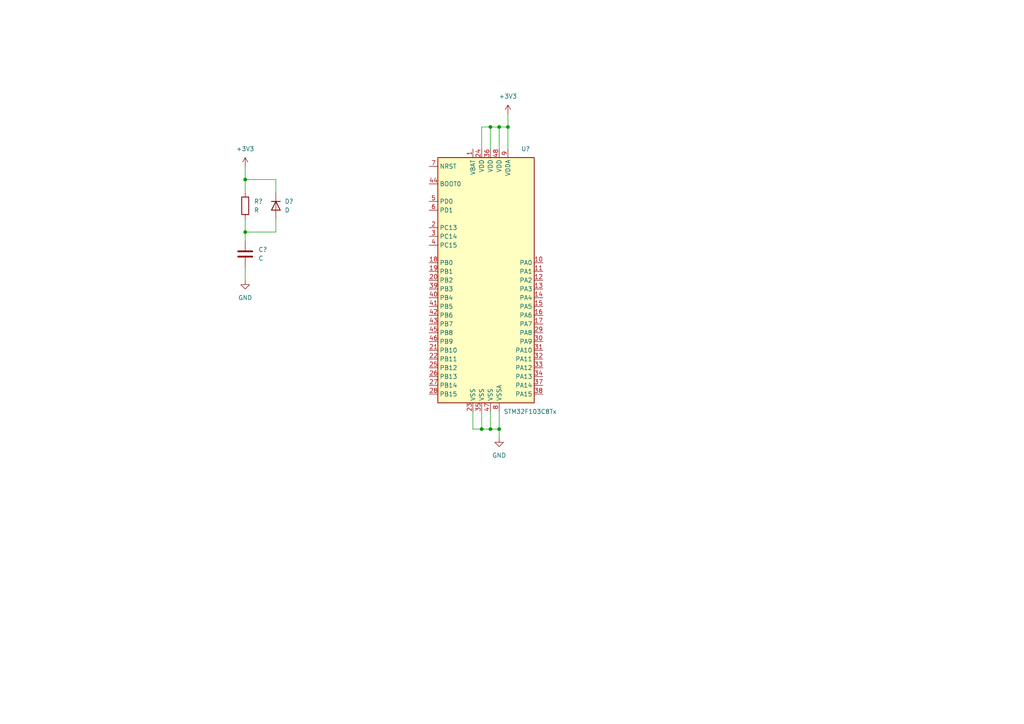
<source format=kicad_sch>
(kicad_sch (version 20211123) (generator eeschema)
  (paper "A4")
  (lib_symbols
    (symbol "Device:C" (pin_numbers hide) (pin_names (offset 0.254))
      (property "Reference" "C" (at 0.635 2.54 0))
      (property "Value" "C" (at 0.635 -2.54 0))
      (symbol "C_0_1"
        (polyline (pts (xy -2.032 -0.762) (xy 2.032 -0.762)) (stroke (width 0.508)))
        (polyline (pts (xy -2.032 0.762) (xy 2.032 0.762)) (stroke (width 0.508)))
      )
      (symbol "C_1_1"
        (pin passive line (at 0 3.81 270) (length 2.794) (name "~") (number "1"))
        (pin passive line (at 0 -3.81 90) (length 2.794) (name "~") (number "2"))
      )
    )
    (symbol "Device:D" (pin_numbers hide) (pin_names (offset 1.016) hide)
      (property "Reference" "D" (at 0 2.54 0))
      (property "Value" "D" (at 0 -2.54 0))
      (symbol "D_0_1"
        (polyline (pts (xy -1.27 1.27) (xy -1.27 -1.27)) (stroke (width 0.254)))
        (polyline (pts (xy 1.27 0) (xy -1.27 0)))
        (polyline (pts (xy 1.27 1.27) (xy 1.27 -1.27) (xy -1.27 0) (xy 1.27 1.27)) (stroke (width 0.254)))
      )
      (symbol "D_1_1"
        (pin passive line (at -3.81 0 0) (length 2.54) (name "K") (number "1"))
        (pin passive line (at 3.81 0 180) (length 2.54) (name "A") (number "2"))
      )
    )
    (symbol "Device:R" (pin_numbers hide) (pin_names (offset 0))
      (property "Reference" "R" (at 2.032 0 90))
      (property "Value" "R" (at 0 0 90))
      (symbol "R_0_1"
        (rectangle (start -1.016 -2.54) (end 1.016 2.54) (stroke (width 0.254)))
      )
      (symbol "R_1_1"
        (pin passive line (at 0 3.81 270) (length 1.27) (name "~") (number "1"))
        (pin passive line (at 0 -3.81 90) (length 1.27) (name "~") (number "2"))
      )
    )
    (symbol "MCU_ST_STM32F1:STM32F103C8Tx"
      (property "Reference" "U" (at -15.24 36.83 0))
      (property "Value" "STM32F103C8Tx" (at 7.62 36.83 0))
      (symbol "STM32F103C8Tx_0_1"
        (rectangle (start -15.24 -35.56) (end 12.7 35.56) (stroke (width 0.254)) (fill (type background)))
      )
      (symbol "STM32F103C8Tx_1_1"
        (pin power_in line (at -5.08 38.1 270) (length 2.54) (name "VBAT") (number "1"))
        (pin bidirectional line (at 15.24 5.08 180) (length 2.54) (name "PA0") (number "10"))
        (pin bidirectional line (at 15.24 2.54 180) (length 2.54) (name "PA1") (number "11"))
        (pin bidirectional line (at 15.24 0 180) (length 2.54) (name "PA2") (number "12"))
        (pin bidirectional line (at 15.24 -2.54 180) (length 2.54) (name "PA3") (number "13"))
        (pin bidirectional line (at 15.24 -5.08 180) (length 2.54) (name "PA4") (number "14"))
        (pin bidirectional line (at 15.24 -7.62 180) (length 2.54) (name "PA5") (number "15"))
        (pin bidirectional line (at 15.24 -10.16 180) (length 2.54) (name "PA6") (number "16"))
        (pin bidirectional line (at 15.24 -12.7 180) (length 2.54) (name "PA7") (number "17"))
        (pin bidirectional line (at -17.78 5.08 0) (length 2.54) (name "PB0") (number "18"))
        (pin bidirectional line (at -17.78 2.54 0) (length 2.54) (name "PB1") (number "19"))
        (pin bidirectional line (at -17.78 15.24 0) (length 2.54) (name "PC13") (number "2"))
        (pin bidirectional line (at -17.78 0 0) (length 2.54) (name "PB2") (number "20"))
        (pin bidirectional line (at -17.78 -20.32 0) (length 2.54) (name "PB10") (number "21"))
        (pin bidirectional line (at -17.78 -22.86 0) (length 2.54) (name "PB11") (number "22"))
        (pin power_in line (at -5.08 -38.1 90) (length 2.54) (name "VSS") (number "23"))
        (pin power_in line (at -2.54 38.1 270) (length 2.54) (name "VDD") (number "24"))
        (pin bidirectional line (at -17.78 -25.4 0) (length 2.54) (name "PB12") (number "25"))
        (pin bidirectional line (at -17.78 -27.94 0) (length 2.54) (name "PB13") (number "26"))
        (pin bidirectional line (at -17.78 -30.48 0) (length 2.54) (name "PB14") (number "27"))
        (pin bidirectional line (at -17.78 -33.02 0) (length 2.54) (name "PB15") (number "28"))
        (pin bidirectional line (at 15.24 -15.24 180) (length 2.54) (name "PA8") (number "29"))
        (pin bidirectional line (at -17.78 12.7 0) (length 2.54) (name "PC14") (number "3"))
        (pin bidirectional line (at 15.24 -17.78 180) (length 2.54) (name "PA9") (number "30"))
        (pin bidirectional line (at 15.24 -20.32 180) (length 2.54) (name "PA10") (number "31"))
        (pin bidirectional line (at 15.24 -22.86 180) (length 2.54) (name "PA11") (number "32"))
        (pin bidirectional line (at 15.24 -25.4 180) (length 2.54) (name "PA12") (number "33"))
        (pin bidirectional line (at 15.24 -27.94 180) (length 2.54) (name "PA13") (number "34"))
        (pin power_in line (at -2.54 -38.1 90) (length 2.54) (name "VSS") (number "35"))
        (pin power_in line (at 0 38.1 270) (length 2.54) (name "VDD") (number "36"))
        (pin bidirectional line (at 15.24 -30.48 180) (length 2.54) (name "PA14") (number "37"))
        (pin bidirectional line (at 15.24 -33.02 180) (length 2.54) (name "PA15") (number "38"))
        (pin bidirectional line (at -17.78 -2.54 0) (length 2.54) (name "PB3") (number "39"))
        (pin bidirectional line (at -17.78 10.16 0) (length 2.54) (name "PC15") (number "4"))
        (pin bidirectional line (at -17.78 -5.08 0) (length 2.54) (name "PB4") (number "40"))
        (pin bidirectional line (at -17.78 -7.62 0) (length 2.54) (name "PB5") (number "41"))
        (pin bidirectional line (at -17.78 -10.16 0) (length 2.54) (name "PB6") (number "42"))
        (pin bidirectional line (at -17.78 -12.7 0) (length 2.54) (name "PB7") (number "43"))
        (pin input line (at -17.78 27.94 0) (length 2.54) (name "BOOT0") (number "44"))
        (pin bidirectional line (at -17.78 -15.24 0) (length 2.54) (name "PB8") (number "45"))
        (pin bidirectional line (at -17.78 -17.78 0) (length 2.54) (name "PB9") (number "46"))
        (pin power_in line (at 0 -38.1 90) (length 2.54) (name "VSS") (number "47"))
        (pin power_in line (at 2.54 38.1 270) (length 2.54) (name "VDD") (number "48"))
        (pin input line (at -17.78 22.86 0) (length 2.54) (name "PD0") (number "5"))
        (pin input line (at -17.78 20.32 0) (length 2.54) (name "PD1") (number "6"))
        (pin input line (at -17.78 33.02 0) (length 2.54) (name "NRST") (number "7"))
        (pin power_in line (at 2.54 -38.1 90) (length 2.54) (name "VSSA") (number "8"))
        (pin power_in line (at 5.08 38.1 270) (length 2.54) (name "VDDA") (number "9"))
      )
    )
    (symbol "power:+3.3V" (power) (pin_names (offset 0))
      (property "Value" "+3.3V" (at 0 3.556 0))
      (symbol "+3.3V_0_1"
        (polyline (pts (xy -0.762 1.27) (xy 0 2.54)))
        (polyline (pts (xy 0 0) (xy 0 2.54)))
        (polyline (pts (xy 0 2.54) (xy 0.762 1.27)))
      )
      (symbol "+3.3V_1_1"
        (pin power_in line (at 0 0 90) (length 0) hide (name "+3V3") (number "1"))
      )
    )
    (symbol "power:GND" (power) (pin_names (offset 0))
      (property "Value" "GND" (at 0 -3.81 0))
      (symbol "GND_0_1"
        (polyline (pts (xy 0 0) (xy 0 -1.27) (xy 1.27 -1.27) (xy 0 -2.54) (xy -1.27 -1.27) (xy 0 -1.27)))
      )
      (symbol "GND_1_1"
        (pin power_in line (at 0 0 270) (length 0) hide (name "GND") (number "1"))
      )
    )
  )
  (junction (at 144.78 36.83))
  (junction (at 71.12 52.07))
  (junction (at 142.24 36.83))
  (junction (at 147.32 36.83))
  (junction (at 144.78 124.46))
  (junction (at 142.24 124.46))
  (junction (at 71.12 67.31))
  (junction (at 139.7 124.46))
  (wire (pts (xy 71.12 63.5) (xy 71.12 67.31)))
  (wire (pts (xy 142.24 119.38) (xy 142.24 124.46)))
  (wire (pts (xy 137.16 119.38) (xy 137.16 124.46)))
  (wire (pts (xy 71.12 48.26) (xy 71.12 52.07)))
  (wire (pts (xy 144.78 36.83) (xy 147.32 36.83)))
  (wire (pts (xy 144.78 36.83) (xy 144.78 43.18)))
  (wire (pts (xy 137.16 124.46) (xy 139.7 124.46)))
  (wire (pts (xy 71.12 77.47) (xy 71.12 81.28)))
  (wire (pts (xy 142.24 36.83) (xy 144.78 36.83)))
  (wire (pts (xy 71.12 55.88) (xy 71.12 52.07)))
  (wire (pts (xy 139.7 124.46) (xy 142.24 124.46)))
  (wire (pts (xy 144.78 124.46) (xy 144.78 127)))
  (wire (pts (xy 147.32 33.02) (xy 147.32 36.83)))
  (wire (pts (xy 80.01 67.31) (xy 80.01 63.5)))
  (wire (pts (xy 139.7 119.38) (xy 139.7 124.46)))
  (wire (pts (xy 71.12 67.31) (xy 80.01 67.31)))
  (wire (pts (xy 142.24 36.83) (xy 142.24 43.18)))
  (wire (pts (xy 71.12 52.07) (xy 80.01 52.07)))
  (wire (pts (xy 80.01 52.07) (xy 80.01 55.88)))
  (wire (pts (xy 139.7 36.83) (xy 142.24 36.83)))
  (wire (pts (xy 71.12 67.31) (xy 71.12 69.85)))
  (wire (pts (xy 144.78 119.38) (xy 144.78 124.46)))
  (wire (pts (xy 147.32 36.83) (xy 147.32 43.18)))
  (wire (pts (xy 142.24 124.46) (xy 144.78 124.46)))
  (wire (pts (xy 139.7 43.18) (xy 139.7 36.83)))
  (symbol (lib_id "MCU_ST_STM32F1:STM32F103C8Tx") (at 142.24 81.28 0) (unit 1)
    (property "Reference" "U?" (at 151.13 43.18 0) (effects (justify left)))
    (property "Value" "STM32F103C8Tx" (at 146.05 119.38 0) (effects (justify left)))
    (property "Footprint" "Package_QFP:LQFP-48_7x7mm_P0.5mm" (effects hide))
    (property "Datasheet" "http://www.st.com/st-web-ui/static/active/en/resource/technical/document/datasheet/CD00161566.pdf" (effects hide))
  )
  (symbol (lib_id "power:GND") (at 71.12 81.28 0) (unit 1)
    (property "Reference" "#PWR?" (effects hide))
    (property "Value" "GND" (at 71.12 86.36 0))
  )
  (symbol (lib_id "power:+3.3V") (at 71.12 48.26 0) (unit 1)
    (property "Reference" "#PWR?" (effects hide))
    (property "Value" "+3.3V" (at 71.12 43.18 0))
  )
  (symbol (lib_id "Device:R") (at 71.12 59.69 0) (unit 1)
    (property "Reference" "R?" (at 73.66 58.4199 0) (effects (justify left)))
    (property "Value" "R" (at 73.66 60.9599 0) (effects (justify left)))
  )
  (symbol (lib_id "power:GND") (at 144.78 127 0) (unit 1)
    (property "Reference" "#PWR?" (effects hide))
    (property "Value" "GND" (at 144.78 132.08 0))
  )
  (symbol (lib_id "power:+3.3V") (at 147.32 33.02 0) (unit 1)
    (property "Reference" "#PWR?" (effects hide))
    (property "Value" "+3.3V" (at 147.32 27.94 0))
  )
  (symbol (lib_id "Device:C") (at 71.12 73.66 0) (unit 1)
    (property "Reference" "C?" (at 74.93 72.3899 0) (effects (justify left)))
    (property "Value" "C" (at 74.93 74.9299 0) (effects (justify left)))
  )
  (symbol (lib_id "Device:D") (at 80.01 59.69 270) (unit 1)
    (property "Reference" "D?" (at 82.55 58.4199 90) (effects (justify left)))
    (property "Value" "D" (at 82.55 60.9599 90) (effects (justify left)))
  )
)
</source>
